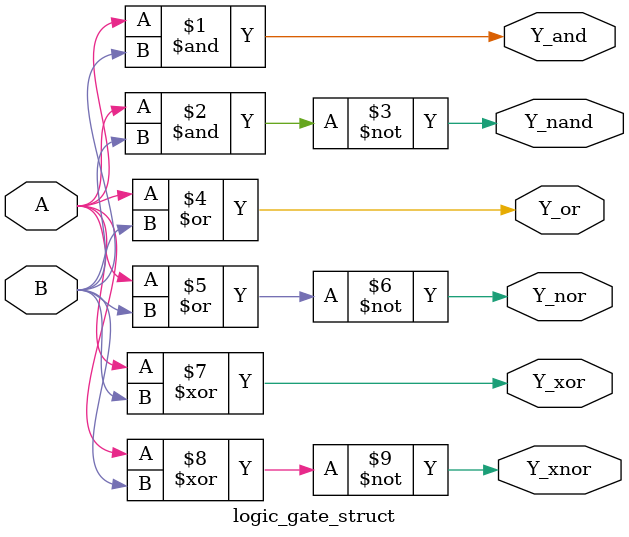
<source format=v>

module logic_gate_struct(input A,
                         input B,
						 output Y_and,
						 output Y_nand,
						 output Y_nor,
						 output Y_or,
						 output Y_xnor,
						 output Y_xor);
  
  and G1(Y_and,A,B);
  nand G2(Y_nand,A,B);
  or G3(Y_or,A,B);
  nor G4(Y_nor,A,B);
  xor G5(Y_xor,A,B);
  xnor G6(Y_xnor,A,B);
 
endmodule


</source>
